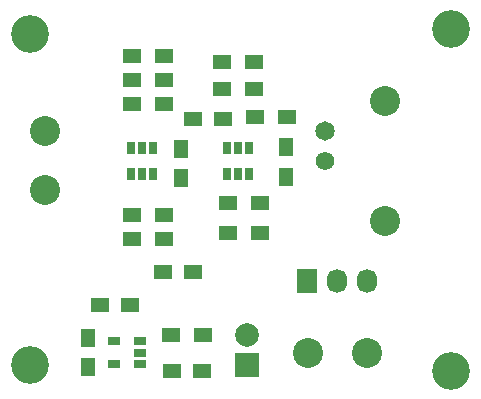
<source format=gts>
G04 #@! TF.FileFunction,Soldermask,Top*
%FSLAX46Y46*%
G04 Gerber Fmt 4.6, Leading zero omitted, Abs format (unit mm)*
G04 Created by KiCad (PCBNEW 4.0.1-stable) date 11/25/2016 8:33:30 PM*
%MOMM*%
G01*
G04 APERTURE LIST*
%ADD10C,0.150000*%
%ADD11C,3.200000*%
%ADD12R,1.500000X1.250000*%
%ADD13R,1.250000X1.500000*%
%ADD14R,1.500000X1.300000*%
%ADD15C,2.540000*%
%ADD16R,0.650000X1.060000*%
%ADD17R,1.060000X0.650000*%
%ADD18R,2.000000X2.000000*%
%ADD19C,2.000000*%
%ADD20C,1.574800*%
%ADD21C,1.651000*%
%ADD22R,1.727200X2.032000*%
%ADD23O,1.727200X2.032000*%
G04 APERTURE END LIST*
D10*
D11*
X39624000Y-32512000D03*
D12*
X20300000Y-11176000D03*
X17800000Y-11176000D03*
D13*
X8890000Y-32238000D03*
X8890000Y-29738000D03*
D12*
X17760000Y-24130000D03*
X15260000Y-24130000D03*
D13*
X25654000Y-16109000D03*
X25654000Y-13609000D03*
D12*
X18522000Y-32512000D03*
X16022000Y-32512000D03*
D13*
X16764000Y-13736000D03*
X16764000Y-16236000D03*
D12*
X12426000Y-26924000D03*
X9926000Y-26924000D03*
D14*
X12620000Y-9906000D03*
X15320000Y-9906000D03*
X12620000Y-7874000D03*
X15320000Y-7874000D03*
X15320000Y-21336000D03*
X12620000Y-21336000D03*
X12620000Y-19304000D03*
X15320000Y-19304000D03*
X12620000Y-5842000D03*
X15320000Y-5842000D03*
X20240000Y-8636000D03*
X22940000Y-8636000D03*
X20240000Y-6350000D03*
X22940000Y-6350000D03*
X20748000Y-18288000D03*
X23448000Y-18288000D03*
X23448000Y-20828000D03*
X20748000Y-20828000D03*
X23034000Y-11049000D03*
X25734000Y-11049000D03*
X15922000Y-29464000D03*
X18622000Y-29464000D03*
D15*
X32512000Y-30988000D03*
X27512000Y-30988000D03*
X5240000Y-17242000D03*
X5240000Y-12242000D03*
D16*
X14412000Y-13632000D03*
X13462000Y-13632000D03*
X12512000Y-13632000D03*
X12512000Y-15832000D03*
X14412000Y-15832000D03*
X13462000Y-15832000D03*
X22540000Y-13632000D03*
X21590000Y-13632000D03*
X20640000Y-13632000D03*
X20640000Y-15832000D03*
X22540000Y-15832000D03*
X21590000Y-15832000D03*
D17*
X13292000Y-31938000D03*
X13292000Y-30988000D03*
X13292000Y-30038000D03*
X11092000Y-30038000D03*
X11092000Y-31938000D03*
D18*
X22352000Y-32004000D03*
D19*
X22352000Y-29464000D03*
D20*
X28956000Y-14732000D03*
D21*
X28956000Y-12192000D03*
D15*
X34036000Y-9652000D03*
X34036000Y-19812000D03*
D22*
X27432000Y-24892000D03*
D23*
X29972000Y-24892000D03*
X32512000Y-24892000D03*
D11*
X4000000Y-32000000D03*
X39624000Y-3556000D03*
X4000000Y-4000000D03*
M02*

</source>
